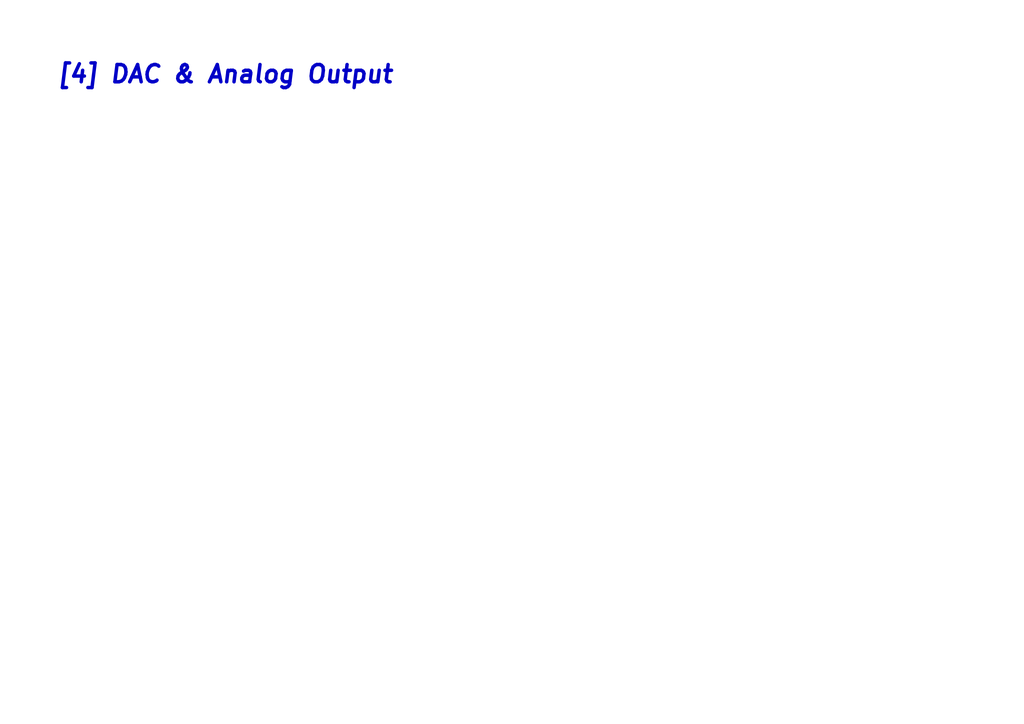
<source format=kicad_sch>
(kicad_sch
	(version 20250114)
	(generator "eeschema")
	(generator_version "9.0")
	(uuid "2cd9b982-083a-4f79-92d2-6c366e973964")
	(paper "A4")
	(title_block
		(title "DAC")
		(date "2024-02-21")
		(rev "-")
		(comment 1 "Josue Cavazos Jr.")
	)
	(lib_symbols)
	(text "[4] DAC & Analog Output"
		(exclude_from_sim no)
		(at 16.256 24.638 0)
		(effects
			(font
				(size 5.0038 5.0038)
				(thickness 1.0008)
				(bold yes)
				(italic yes)
			)
			(justify left bottom)
		)
		(uuid "d7f101b7-9c14-4beb-803f-715905500460")
	)
)

</source>
